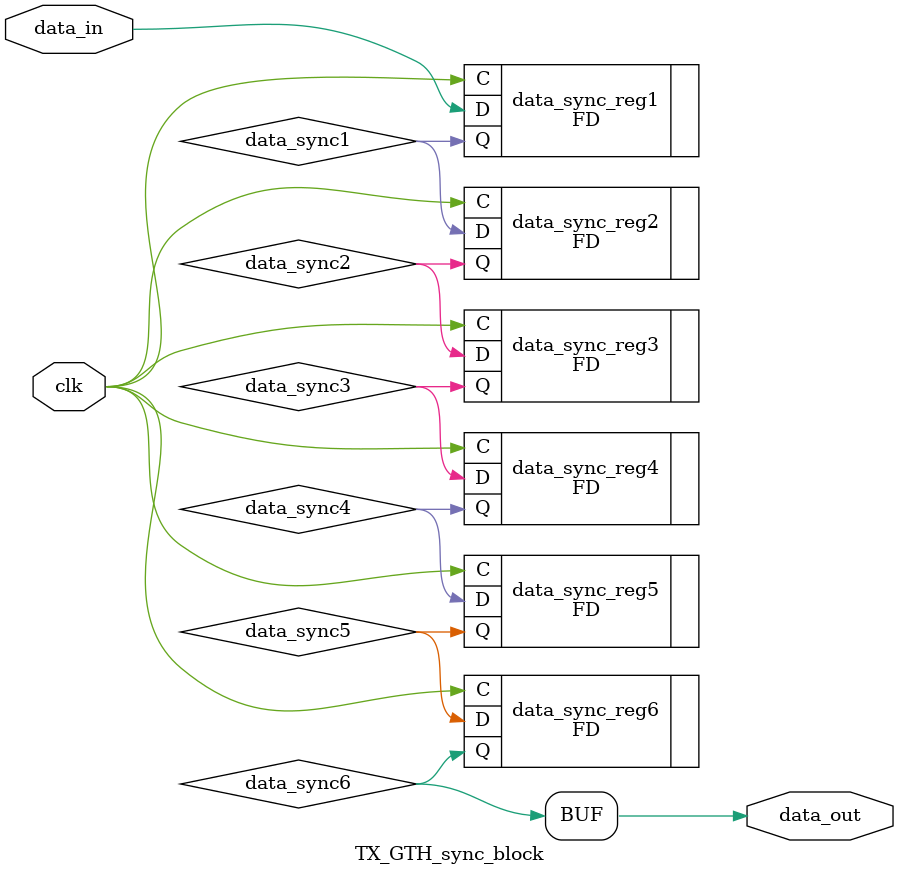
<source format=v>




`timescale 1ps / 1ps

//(* dont_touch = "yes" *)
module TX_GTH_sync_block #(
  parameter INITIALISE = 6'b000000
)
(
  input        clk,              // clock to be sync'ed to
  input        data_in,          // Data to be 'synced'
  output       data_out          // synced data
);

  // Internal Signals
  wire data_sync1;
  wire data_sync2;
  wire data_sync3;
  wire data_sync4;
  wire data_sync5;
  wire data_sync6;


  (* shreg_extract = "no", ASYNC_REG = "TRUE" *)
  FD #(
    .INIT (INITIALISE[0])
  ) data_sync_reg1 (
    .C  (clk),
    .D  (data_in),
    .Q  (data_sync1)
  );


  (* shreg_extract = "no", ASYNC_REG = "TRUE" *)
  FD #(
   .INIT (INITIALISE[1])
  ) data_sync_reg2 (
  .C  (clk),
  .D  (data_sync1),
  .Q  (data_sync2)
  );


  (* shreg_extract = "no", ASYNC_REG = "TRUE" *)
  FD #(
   .INIT (INITIALISE[2])
  ) data_sync_reg3 (
  .C  (clk),
  .D  (data_sync2),
  .Q  (data_sync3)
  );

  (* shreg_extract = "no", ASYNC_REG = "TRUE" *)
  FD #(
   .INIT (INITIALISE[3])
  ) data_sync_reg4 (
  .C  (clk),
  .D  (data_sync3),
  .Q  (data_sync4)
  );

  (* shreg_extract = "no", ASYNC_REG = "TRUE" *)
  FD #(
   .INIT (INITIALISE[4])
  ) data_sync_reg5 (
  .C  (clk),
  .D  (data_sync4),
  .Q  (data_sync5)
  );

  (* shreg_extract = "no", ASYNC_REG = "TRUE" *)
  FD #(
   .INIT (INITIALISE[5])
  ) data_sync_reg6 (
  .C  (clk),
  .D  (data_sync5),
  .Q  (data_sync6)
  );
  assign data_out = data_sync6;



endmodule

</source>
